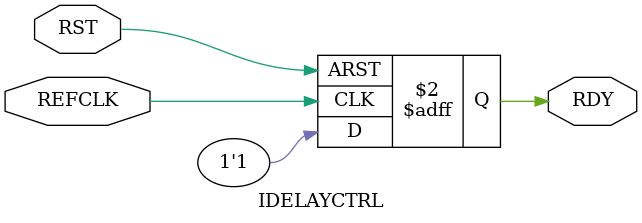
<source format=v>
/*An empty IDELAYCTRL model*/
module IDELAYCTRL (/*AUTOARG*/
   // Outputs
   RDY,
   // Inputs
   REFCLK, RST
   );

   output  RDY;    //goes high when delay has been calibrated
   input   REFCLK; //reference clock for setting tap delay
   input   RST;    //reset pulse for setting 
   
   reg 	    RDY;
   
   always @ (posedge REFCLK or posedge RST)
     if(RST)
       RDY <= 1'b0;
     else
       RDY <= 1'b1; //one clock cycle on REFCLK
   
endmodule // IDELAYCTRL


   



</source>
